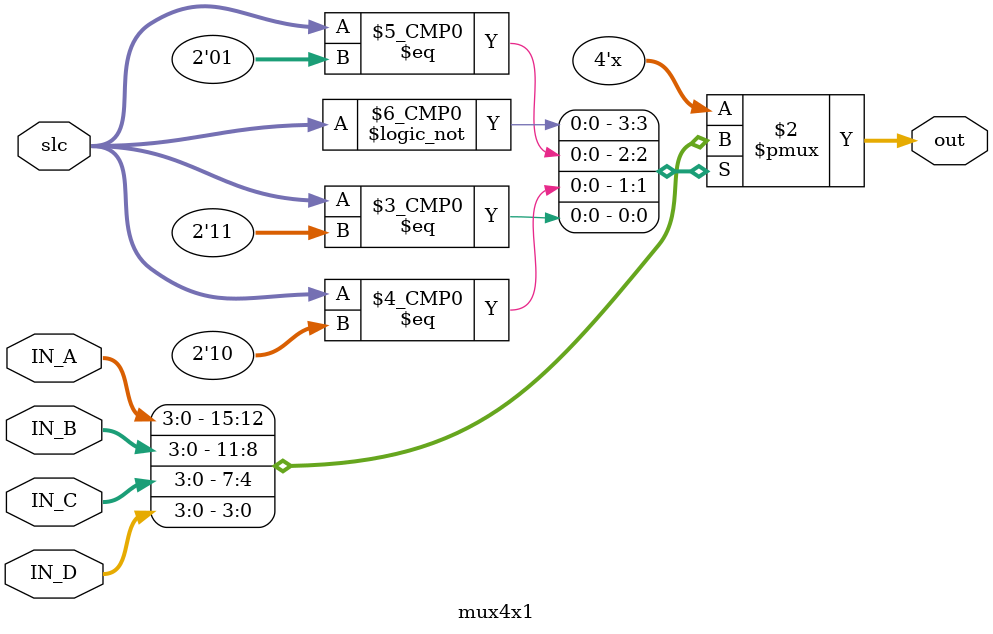
<source format=v>
module mux4x1 #(
    parameter   DATAWIDTH   = 4
) (
    input [DATAWIDTH-1:0]   IN_A , IN_B , IN_C , IN_D ,
    input [1:0] slc ,

    output reg [DATAWIDTH-1:0]  out
);

always @* begin
    case (slc)
        2'b00: out = IN_A;
        2'b01: out = IN_B;
        2'b10: out = IN_C;
        2'b11: out = IN_D;
    endcase
end
    
endmodule
</source>
